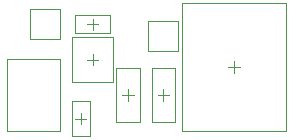
<source format=gbr>
G04*
G04 #@! TF.GenerationSoftware,Altium Limited,Altium Designer,25.8.1 (18)*
G04*
G04 Layer_Color=32768*
%FSLAX25Y25*%
%MOIN*%
G70*
G04*
G04 #@! TF.SameCoordinates,B1D4E9D2-DA07-4CAB-BB94-732616643687*
G04*
G04*
G04 #@! TF.FilePolarity,Positive*
G04*
G01*
G75*
%ADD29C,0.00394*%
%ADD30C,0.00300*%
%ADD31C,0.00197*%
D29*
X318898Y369587D02*
Y373524D01*
X316929Y371555D02*
X320866D01*
X269783Y385827D02*
X273524D01*
X271654Y383957D02*
Y387697D01*
X295276Y360236D02*
Y364173D01*
X293307Y362205D02*
X297244D01*
X283465Y360236D02*
Y364173D01*
X281496Y362205D02*
X285433D01*
X267717Y352461D02*
Y356201D01*
X265846Y354331D02*
X269587D01*
X269685Y374016D02*
X273622D01*
X271654Y372047D02*
Y375984D01*
D30*
X290276Y376890D02*
Y386890D01*
Y376890D02*
X300276D01*
Y386890D01*
X295276D02*
X300276D01*
X290276D02*
X295276D01*
X250905Y390827D02*
X260906D01*
X250905Y380827D02*
Y390827D01*
Y380827D02*
X260906D01*
Y385827D01*
Y390827D01*
D31*
X243228Y350236D02*
X260709D01*
Y374173D01*
X243228D02*
X260709D01*
X243228Y350236D02*
Y374173D01*
X301575Y392815D02*
X336221D01*
X301575Y350295D02*
X336221D01*
Y392815D01*
X301575Y350295D02*
Y392815D01*
X265748Y382874D02*
Y388779D01*
Y382874D02*
X277559D01*
X265748Y388779D02*
X277559D01*
Y382874D02*
Y388779D01*
X291339Y371260D02*
X299213D01*
X291339Y353150D02*
X299213D01*
Y371260D01*
X291339Y353150D02*
Y371260D01*
X279528D02*
X287402D01*
X279528Y353150D02*
X287402D01*
Y371260D01*
X279528Y353150D02*
Y371260D01*
X264764Y348425D02*
X270669D01*
Y360236D01*
X264764Y348425D02*
Y360236D01*
X270669D01*
X278543Y366437D02*
Y381594D01*
X264764Y366437D02*
Y381594D01*
X278543D01*
X264764Y366437D02*
X278543D01*
M02*

</source>
